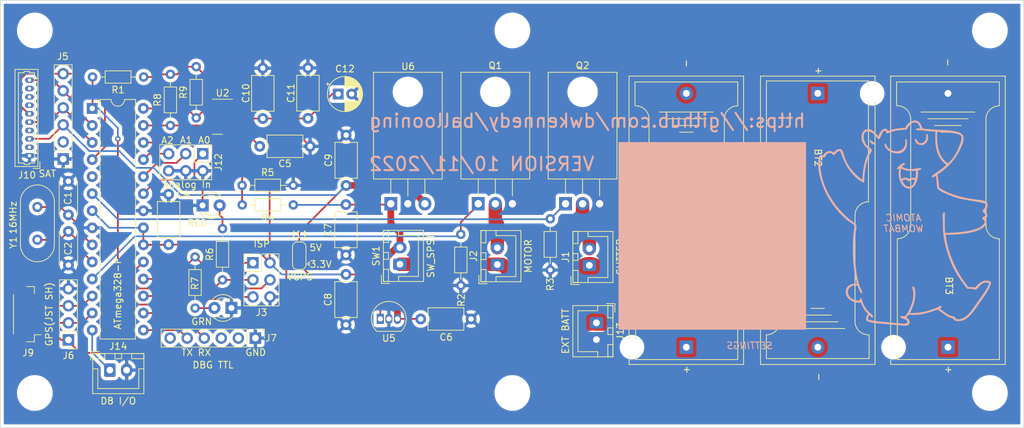
<source format=kicad_pcb>
(kicad_pcb (version 20211014) (generator pcbnew)
  (title_block (title "${TITLE}") (date "2022-10-11") (rev "1") (company "Designed for the National Severe Storms Laboratory by Douglas Kennedy") (comment 1 "GPS and pressure sensors for geofencing, launch detection, and flight termination") (comment 2 "Rockblock satellite communicator interface for remote triggering and device configuration"))
  (layers (0 "F.Cu" signal) (31 "B.Cu" signal) (34 "B.Paste" user) (35 "F.Paste" user) (36 "B.SilkS" user "B.Silkscreen") (37 "F.SilkS" user "F.Silkscreen") (38 "B.Mask" user) (39 "F.Mask" user) (44 "Edge.Cuts" user))
  (property "TITLE" "Cut-down/Let-down control board")
  (net 0 "")
  (net 1 "+9V")
  (net 2 "Net-(BT1-Pad2)")
  (net 3 "Net-(BT2-Pad2)")
  (net 4 "GND")
  (net 5 "/RESET")
  (net 6 "/RX_SAT")
  (net 7 "/TX_SAT")
  (net 8 "/RING")
  (net 9 "/CUTTER")
  (net 10 "/LETDOWN_MOTOR")
  (net 11 "+3.3V")
  (net 12 "Net-(C1-Pad1)")
  (net 13 "/RX_DBG")
  (net 14 "/TX_DBG")
  (net 15 "Net-(J14-Pad1)")
  (net 16 "/TX_GPS")
  (net 17 "/RX_GPS")
  (net 18 "/MOSI")
  (net 19 "/MISO")
  (net 20 "/SCK")
  (net 21 "/BATT_SENSE")
  (net 22 "/SDA")
  (net 23 "/SCL")
  (net 26 "Net-(D1-Pad2)")
  (net 27 "Net-(D2-Pad2)")
  (net 28 "Net-(J2-Pad2)")
  (net 29 "Net-(J1-Pad2)")
  (net 31 "/1PPS")
  (net 32 "+5V")
  (net 36 "Net-(C5-Pad1)")
  (net 37 "/CTS")
  (net 38 "/RTS")
  (net 39 "/NetAv")
  (net 40 "/Li_Ion")
  (net 41 "/+VGPS")
  (net 42 "Net-(C2-Pad1)")
  (net 43 "VDD")
  (net 44 "/A0")
  (net 45 "/A1")
  (net 46 "/A2")
  (footprint "Resistor_THT:R_Axial_DIN0204_L3.6mm_D1.6mm_P7.62mm_Horizontal" (layer "F.Cu") (at 157.48 100.33 -90)
    (fp_text reference "R3")
    (fp_text value "10K")
  )
  (footprint "doug_Library:BatteryHolder_Keystone_1051_1xCR123A" (layer "F.Cu") (at 197.320321 81.646135 -90)
    (fp_text reference "BT2")
    (fp_text value "Battery_Cell")
  )
  (footprint "Resistor_THT:R_Axial_DIN0204_L3.6mm_D1.6mm_P7.62mm_Horizontal" (layer "F.Cu") (at 100.906536 86.428331 90)
    (fp_text reference "R8")
    (fp_text value "1K")
  )
  (footprint "Connector_PinHeader_2.54mm:PinHeader_2x03_P2.54mm_Vertical" (layer "F.Cu") (at 105.732786 90.634882 -90)
    (fp_text reference "J12")
    (fp_text value "Analog In")
  )
  (footprint "" (layer "F.Cu") (at 151.836792 126.266123)
    (fp_text reference "")
    (fp_text value "")
  )
  (footprint "Connector_JST:JST_XH_B2B-XH-A_1x02_P2.50mm_Vertical" (layer "F.Cu") (at 164.35191 115.817579 -90)
    (fp_text reference "J13")
    (fp_text value "EXT BATT")
  )
  (footprint "Package_TO_SOT_THT:TO-220-3_Horizontal_TabDown" (layer "F.Cu") (at 146.756792 98.084236)
    (fp_text reference "Q1")
    (fp_text value "FQP30N06L")
  )
  (footprint "" (layer "F.Cu") (at 80.716792 72.277578)
    (fp_text reference "")
    (fp_text value "")
  )
  (footprint "LED_THT:LED_D3.0mm" (layer "F.Cu") (at 110.002106 113.600256 180)
    (fp_text reference "D2" hide)
    (fp_text value "GRN")
  )
  (footprint "Connector_Molex:Molex_PicoBlade_53047-1010_1x10_P1.25mm_Vertical" (layer "F.Cu") (at 79.918775 90.925291 90)
    (fp_text reference "J10")
    (fp_text value "SAT(10 picoblade)")
  )
  (footprint "" (layer "F.Cu") (at 80.716792 126.266123)
    (fp_text reference "")
    (fp_text value "")
  )
  (footprint "Crystal:Crystal_HC49-4H_Vertical" (layer "F.Cu") (at 81.096511 103.442179 90)
    (fp_text reference "Y1")
    (fp_text value "16MHz")
  )
  (footprint "Resistor_THT:R_Axial_DIN0204_L3.6mm_D1.6mm_P7.62mm_Horizontal" (layer "F.Cu") (at 144.160064 102.640581 -90)
    (fp_text reference "R2")
    (fp_text value "10K")
  )
  (footprint "Resistor_THT:R_Axial_DIN0204_L3.6mm_D1.6mm_P7.62mm_Horizontal" (layer "F.Cu") (at 119.222067 98.255138 180)
    (fp_text reference "R4")
    (fp_text value "100K")
  )
  (footprint "" (layer "F.Cu") (at 151.836792 72.277578)
    (fp_text reference "")
    (fp_text value "")
  )
  (footprint "Package_TO_SOT_THT:TO-220-3_Horizontal_TabDown" (layer "F.Cu") (at 133.72986 98.084236)
    (fp_text reference "U6")
    (fp_text value "L7805")
  )
  (footprint "Package_TO_SOT_THT:TO-220-3_Horizontal_TabDown" (layer "F.Cu") (at 159.753733 98.084236)
    (fp_text reference "Q2")
    (fp_text value "FQP30N06L")
  )
  (footprint "Capacitor_THT:C_Axial_L5.1mm_D3.1mm_P7.50mm_Horizontal" (layer "F.Cu") (at 121.393898 85.359449 90)
    (fp_text reference "C11")
    (fp_text value "1uF")
  )
  (footprint "Resistor_THT:R_Axial_DIN0204_L3.6mm_D1.6mm_P7.62mm_Horizontal" (layer "F.Cu") (at 104.58374 106.007343 -90)
    (fp_text reference "R7")
    (fp_text value "130")
  )
  (footprint "doug_Library:BatteryHolder_Keystone_1051_1xCR123A" (layer "F.Cu") (at 177.745321 119.449214 90)
    (fp_text reference "BT1")
    (fp_text value "Battery_Cell")
  )
  (footprint "Capacitor_THT:C_Axial_L5.1mm_D3.1mm_P7.50mm_Horizontal" (layer "F.Cu") (at 127.057289 116.106123 90)
    (fp_text reference "C8")
    (fp_text value "0.1uF")
  )
  (footprint "Connector_PinHeader_2.54mm:PinHeader_1x06_P2.54mm_Vertical" (layer "F.Cu") (at 84.939322 91.419507 180)
    (fp_text reference "J5")
    (fp_text value "SAT(PIN HDR)" hide)
  )
  (footprint "Jumper:SolderJumper-3_P1.3mm_Bridged12_RoundedPad1.0x1.5mm" (layer "F.Cu") (at 120.095534 105.830843 90)
    (fp_text reference "J11")
    (fp_text value "VGPS SELECT" hide)
  )
  (footprint "Capacitor_THT:C_Axial_L5.1mm_D3.1mm_P7.50mm_Horizontal" (layer "F.Cu") (at 100.643868 104.171999 90)
    (fp_text reference "C4")
    (fp_text value "100nF")
  )
  (footprint "Connector_JST:JST_XH_B2B-XH-A_1x02_P2.50mm_Vertical" (layer "F.Cu") (at 149.599954 107.139221 90)
    (fp_text reference "J2")
    (fp_text value "MOTOR")
  )
  (footprint "Resistor_THT:R_Axial_DIN0204_L3.6mm_D1.6mm_P7.62mm_Horizontal" (layer "F.Cu") (at 96.929929 79.20744 180)
    (fp_text reference "R1")
    (fp_text value "10K")
  )
  (footprint "Capacitor_THT:C_Axial_L5.1mm_D3.1mm_P7.50mm_Horizontal" (layer "F.Cu") (at 127.051201 105.713583 90)
    (fp_text reference "C7")
    (fp_text value "0.33uF")
  )
  (footprint "Connector_PinHeader_2.54mm:PinHeader_2x03_P2.54mm_Vertical" (layer "F.Cu") (at 113.199183 106.878859)
    (fp_text reference "J3")
    (fp_text value "ISP")
  )
  (footprint "" (layer "F.Cu") (at 222.956792 126.266123)
    (fp_text reference "")
    (fp_text value "")
  )
  (footprint "Connector_JST:JST_XH_B2B-XH-A_1x02_P2.50mm_Vertical" (layer "F.Cu") (at 91.894742 122.862781)
    (fp_text reference "J14")
    (fp_text value "D8 I/O")
  )
  (footprint "Resistor_THT:R_Axial_DIN0204_L3.6mm_D1.6mm_P7.62mm_Horizontal" (layer "F.Cu") (at 111.588612 95.345355)
    (fp_text reference "R5")
    (fp_text value "33K")
  )
  (footprint "" (layer "F.Cu") (at 222.956792 72.277578)
    (fp_text reference "")
    (fp_text value "")
  )
  (footprint "Package_LGA:NXP_LGA-8_3x5mm_P1.25mm_H1.1mm" (layer "F.Cu") (at 108.678286 85.125901 180)
    (fp_text reference "U2")
    (fp_text value "MPL3115A2" hide)
  )
  (footprint "LED_THT:LED_D3.0mm" (layer "F.Cu") (at 105.702793 98.331455)
    (fp_text reference "D1" hide)
    (fp_text value "RED")
  )
  (footprint "Package_DIP:DIP-28_W7.62mm" (layer "F.Cu") (at 89.265786 83.885901)
    (fp_text reference "U1" hide)
    (fp_text value "ATmega328-P")
  )
  (footprint "Capacitor_THT:CP_Radial_D5.0mm_P2.00mm" (layer "F.Cu") (at 125.899567 81.745985)
    (fp_text reference "C12")
    (fp_text value "10uF")
  )
  (footprint "Resistor_THT:R_Axial_DIN0204_L3.6mm_D1.6mm_P7.62mm_Horizontal" (layer "F.Cu") (at 104.754698 85.292712 90)
    (fp_text reference "R9")
    (fp_text value "1K")
  )
  (footprint "Capacitor_THT:C_Axial_L5.1mm_D3.1mm_P7.50mm_Horizontal" (layer "F.Cu") (at 114.669528 85.393583 90)
    (fp_text reference "C10")
    (fp_text value "100nF")
  )
  (footprint "Connector_JST:JST_XH_B2B-XH-A_1x02_P2.50mm_Vertical" (layer "F.Cu") (at 163.30191 107.261022 90)
    (fp_text reference "J1")
    (fp_text value "CUTTER")
  )
  (footprint "Capacitor_THT:C_Axial_L5.1mm_D3.1mm_P7.50mm_Horizontal" (layer "F.Cu") (at 145.688228 115.245921 180)
    (fp_text reference "C6")
    (fp_text value "0.33uF")
  )
  (footprint "Connector_PinHeader_2.54mm:PinHeader_1x06_P2.54mm_Vertical" (layer "F.Cu") (at 113.568711 118.091831 -90)
    (fp_text reference "J7")
    (fp_text value "DBG TTL")
  )
  (footprint "Connector_PinHeader_2.54mm:PinHeader_1x04_P2.54mm_Vertical" (layer "F.Cu") (at 85.723634 118.361868 180)
    (fp_text reference "J6")
    (fp_text value "GPS(PIN HDR)")
  )
  (footprint "Connector_JST:JST_SH_BM06B-SRSS-TB_1x06-1MP_P1.00mm_Vertical" (layer "F.Cu") (at 79.5394 114.529891 90)
    (fp_text reference "J9")
    (fp_text value "GPS(JST SH)")
  )
  (footprint "Capacitor_THT:C_Axial_L5.1mm_D3.1mm_P7.50mm_Horizontal" (layer "F.Cu") (at 114.213445 89.528504)
    (fp_text reference "C5")
    (fp_text value "100nF")
  )
  (footprint "Connector_JST:JST_XH_B2B-XH-A_1x02_P2.50mm_Vertical" (layer "F.Cu") (at 135.088573 107.09814 90)
    (fp_text reference "SW1")
    (fp_text value "SW_SPST")
  )
  (footprint "Resistor_THT:R_Axial_DIN0204_L3.6mm_D1.6mm_P7.62mm_Horizontal" (layer "F.Cu") (at 108.667914 109.423317 90)
    (fp_text reference "R6")
    (fp_text value "130")
  )
  (footprint "Capacitor_THT:C_Axial_L5.1mm_D3.1mm_P7.50mm_Horizontal" (layer "F.Cu") (at 127.078479 87.859444 -90)
    (fp_text reference "C9")
    (fp_text value "0.1uF")
  )
  (footprint "doug_Library:BatteryHolder_Keystone_1051_1xCR123A" (layer "F.Cu") (at 216.707754 119.449214 90)
    (fp_text reference "BT3")
    (fp_text value "Battery_Cell")
  )
  (footprint "Capacitor_THT:C_Disc_D4.7mm_W2.5mm_P5.00mm" (layer "F.Cu") (at 85.727964 102.210807 -90)
    (fp_text reference "C2")
    (fp_text value "22pF" hide)
  )
  (footprint "Package_TO_SOT_THT:TO-92_Inline" (layer "F.Cu") (at 132.173484 115.22847)
    (fp_text reference "U5")
    (fp_text value "L78L33_TO92")
  )
  (footprint "Capacitor_THT:C_Disc_D4.7mm_W2.5mm_P5.00mm" (layer "F.Cu") (at 85.716431 99.738479 90)
    (fp_text reference "C1")
    (fp_text value "22pF" hide)
  )
  (footprint "LOGO" (layer "B.Cu") (at 210.268835 100.90275 180)
    (fp_text reference "G***" hide)
    (fp_text value "LOGO" hide)
  )
  (gr_rect (start 75.581189 67.790379) (end 228.004033 131.448801) (layer "Edge.Cuts") (width 0.1) (fill none))
  (gr_text "https://github.com/dwkennedy/ballooning\n\nVERSION 10/11/2022" (at 130.307716 88.948169) (layer "B.SilkS") (effects (font (size 2 2) (thickness 0.3)) (justify right mirror)))
  (gr_text "ATOMIC\nWOMBAT" (at 210.141049 100.987941) (layer "B.SilkS") (effects (font (size 1 1) (thickness 0.15) italic) (justify mirror)))
  (gr_text "SETTINGS" (at 187.224729 119.218768) (layer "B.SilkS") (effects (font (size 1 1) (thickness 0.15) italic) (justify mirror)))
  (segment (start 132.800167 106.383533) (end 132.800167 109.325374) (width 1) (layer "F.Cu") (net 1))
  (segment (start 133.72986 101.019667) (end 133.72986 98.242457) (width 1) (layer "F.Cu") (net 1))
  (segment (start 127.051201 98.213583) (end 133.700986 98.213583) (width 0.25) (layer "F.Cu") (net 1))
  (segment (start 138.170777 115.22847) (end 138.188228 115.245921) (width 0.25) (layer "F.Cu") (net 1))
  (segment (start 135.088573 104.59814) (end 135.088573 102.378494) (width 1) (layer "F.Cu") (net 1))
  (segment (start 132.800167 109.325374) (end 134.713484 111.238691) (width 1) (layer "F.Cu") (net 1))
  (segment (start 134.713484 115.22847) (end 138.170777 115.22847) (width 0.25) (layer "F.Cu") (net 1))
  (segment (start 134.58556 104.59814) (end 132.800167 106.383533) (width 1) (layer "F.Cu") (net 1))
  (segment (start 134.713484 111.238691) (end 134.713484 115.22847) (width 1) (layer "F.Cu") (net 1))
  (segment (start 133.729803 101.019724) (end 133.72986 101.019667) (width 1) (layer "F.Cu") (net 1))
  (segment (start 135.088573 104.59814) (end 134.58556 104.59814) (width 1) (layer "F.Cu") (net 1))
  (segment (start 135.088573 102.378494) (end 133.729803 101.019724) (width 1) (layer "F.Cu") (net 1))
  (segment (start 127.009646 98.255138) (end 127.051201 98.213583) (width 0.25) (layer "B.Cu") (net 1))
  (segment (start 119.222067 98.255138) (end 127.009646 98.255138) (width 0.25) (layer "B.Cu") (net 1))
  (segment (start 197.286649 81.679807) (end 177.775914 81.679807) (width 6) (layer "F.Cu") (net 2))
  (segment (start 197.320321 81.646135) (end 197.286649 81.679807) (width 6) (layer "F.Cu") (net 2))
  (segment (start 177.775914 81.679807) (end 177.745321 81.649214) (width 6) (layer "F.Cu") (net 2))
  (segment (start 211.334478 114.072817) (end 216.707754 119.446093) (width 6) (layer "F.Cu") (net 3))
  (segment (start 202.759396 114.072817) (end 211.334478 114.072817) (width 6) (layer "F.Cu") (net 3))
  (segment (start 197.386078 119.446135) (end 202.759396 114.072817) (width 6) (layer "F.Cu") (net 3))
  (segment (start 197.320321 119.446135) (end 197.386078 119.446135) (width 6) (layer "F.Cu") (net 3))
  (segment (start 82.061151 113.029891) (end 80.8644 113.029891) (width 0.25) (layer "F.Cu") (net 4))
  (segment (start 79.943481 117.029891) (end 80.8644 117.029891) (width 0.25) (layer "F.Cu") (net 4))
  (segment (start 79.83044 113.029891) (end 79.662977 113.197354) (width 0.25) (layer "F.Cu") (net 4))
  (segment (start 120.267922 88.082981) (end 121.713445 89.528504) (width 0.25) (layer "F.Cu") (net 4))
  (segment (start 79.662977 116.749387) (end 79.943481 117.029891) (width 0.25) (layer "F.Cu") (net 4))
  (segment (start 113.866038 88.082981) (end 120.267922 88.082981) (width 0.25) (layer "F.Cu") (net 4))
  (segment (start 110.460463 85.133078) (end 110.916135 85.133078) (width 0.25) (layer "F.Cu") (net 4))
  (segment (start 105.702793 93.204875) (end 105.732786 93.174882) (width 0.25) (layer "F.Cu") (net 4))
  (segment (start 79.662977 113.197354) (end 79.662977 116.749387) (width 0.25) (layer "F.Cu") (net 4))
  (segment (start 105.702793 98.331455) (end 105.702793 93.204875) (width 0.25) (layer "F.Cu") (net 4))
  (segment (start 80.8644 113.029891) (end 79.83044 113.029891) (width 0.25) (layer "F.Cu") (net 4))
  (segment (start 110.916135 85.133078) (end 113.866038 88.082981) (width 0.25) (layer "F.Cu") (net 4))
  (segment (start 85.723634 110.741868) (end 84.349174 110.741868) (width 0.25) (layer "F.Cu") (net 4))
  (segment (start 84.349174 110.741868) (end 82.061151 113.029891) (width 0.25) (layer "F.Cu") (net 4))
  (segment (start 109.828286 84.500901) (end 110.460463 85.133078) (width 0.25) (layer "F.Cu") (net 4))
  (segment (start 89.309929 79.20744) (end 89.309929 83.841758) (width 0.25) (layer "F.Cu") (net 5))
  (segment (start 95.228219 113.09691) (end 102.755783 113.09691) (width 0.25) (layer "F.Cu") (net 5))
  (segment (start 93.086191 110.954882) (end 95.228219 113.09691) (width 0.25) (layer "F.Cu") (net 5))
  (segment (start 89.309929 83.841758) (end 89.265786 83.885901) (width 0.25) (layer "F.Cu") (net 5))
  (segment (start 103.576792 112.275901) (end 108.33975 112.275901) (width 0.25) (layer "F.Cu") (net 5))
  (segment (start 108.656792 111.958859) (end 113.199183 111.958859) (width 0.25) (layer "F.Cu") (net 5))
  (segment (start 108.33975 112.275901) (end 108.656792 111.958859) (width 0.25) (layer "F.Cu") (net 5))
  (segment (start 102.755783 113.09691) (end 103.576792 112.275901) (width 0.25) (layer "F.Cu") (net 5))
  (segment (start 93.086191 88.41877) (end 93.086191 110.954882) (width 0.25) (layer "F.Cu") (net 5))
  (via (at 93.086191 88.41877) (size 0.8) (drill 0.4) (layers "F.Cu" "B.Cu") (net 5))
  (segment (start 93.084491 86.804246) (end 93.084491 88.41707) (width 0.25) (layer "B.Cu") (net 5))
  (segment (start 89.265786 83.885901) (end 90.166146 83.885901) (width 0.25) (layer "B.Cu") (net 5))
  (segment (start 93.084491 88.41707) (end 93.086191 88.41877) (width 0.25) (layer "B.Cu") (net 5))
  (segment (start 90.166146 83.885901) (end 93.084491 86.804246) (width 0.25) (layer "B.Cu") (net 5))
  (segment (start 79.8685 79.653506) (end 79.887893 79.672899) (width 0.25) (layer "F.Cu") (net 6))
  (segment (start 83.352714 79.672899) (end 84.939322 81.259507) (width 0.25) (layer "F.Cu") (net 6))
  (segment (start 87.414026 83.754141) (end 87.414026 84.574141) (width 0.25) (layer "F.Cu") (net 6))
  (segment (start 87.414026 84.574141) (end 89.265786 86.425901) (width 0.25) (layer "F.Cu") (net 6))
  (segment (start 84.939322 81.259507) (end 84.939322 81.279437) (width 0.25) (layer "F.Cu") (net 6))
  (segment (start 79.887893 79.672899) (end 83.352714 79.672899) (width 0.25) (layer "F.Cu") (net 6))
  (segment (start 84.939322 81.279437) (end 87.414026 83.754141) (width 0.25) (layer "F.Cu") (net 6))
  (segment (start 82.81593 85.922899) (end 84.939322 83.799507) (width 0.25) (layer "F.Cu") (net 7))
  (segment (start 87.379892 87.080007) (end 87.379892 86.240077) (width 0.25) (layer "F.Cu") (net 7))
  (segment (start 79.887893 85.922899) (end 82.81593 85.922899) (width 0.25) (layer "F.Cu") (net 7))
  (segment (start 89.265786 88.965901) (end 87.379892 87.080007) (width 0.25) (layer "F.Cu") (net 7))
  (segment (start 87.379892 86.240077) (end 84.939322 83.799507) (width 0.25) (layer "F.Cu") (net 7))
  (segment (start 79.8685 85.903506) (end 79.887893 85.922899) (width 0.25) (layer "F.Cu") (net 7))
  (segment (start 78.671791 83.581122) (end 79.744175 84.653506) (width 0.25) (layer "F.Cu") (net 8))
  (segment (start 84.939322 78.719507) (end 79.410037 78.719507) (width 0.25) (layer "F.Cu") (net 8))
  (segment (start 91.158734 79.032705) (end 91.158734 89.612953) (width 0.25) (layer "F.Cu") (net 8))
  (segment (start 84.939322 78.719507) (end 87.282069 78.719507) (width 0.25) (layer "F.Cu") (net 8))
  (segment (start 78.671791 79.457753) (end 78.671791 83.581122) (width 0.25) (layer "F.Cu") (net 8))
  (segment (start 91.158734 89.612953) (end 89.265786 91.505901) (width 0.25) (layer "F.Cu") (net 8))
  (segment (start 90.007501 77.881472) (end 91.158734 79.032705) (width 0.25) (layer "F.Cu") (net 8))
  (segment (start 79.744175 84.653506) (end 79.8685 84.653506) (width 0.25) (layer "F.Cu") (net 8))
  (segment (start 79.410037 78.719507) (end 78.671791 79.457753) (width 0.25) (layer "F.Cu") (net 8))
  (segment (start 88.120104 77.881472) (end 90.007501 77.881472) (width 0.25) (layer "F.Cu") (net 8))
  (segment (start 87.282069 78.719507) (end 88.120104 77.881472) (width 0.25) (layer "F.Cu") (net 8))
  (segment (start 157.607618 100.220808) (end 159.74419 98.084236) (width 0.25) (layer "F.Cu") (net 9))
  (segment (start 159.74419 98.084236) (end 159.753733 98.084236) (width 0.25) (layer "F.Cu") (net 9))
  (segment (start 157.440177 100.388248) (end 159.744189 98.084236) (width 0.25) (layer "B.Cu") (net 9))
  (segment (start 93.068133 100.388248) (end 157.440177 100.388248) (width 0.25) (layer "B.Cu") (net 9))
  (segment (start 159.744189 98.084236) (end 159.753733 98.084236) (width 0.25) (layer "B.Cu") (net 9))
  (segment (start 89.265786 96.585901) (end 93.068133 100.388248) (width 0.25) (layer "B.Cu") (net 9))
  (segment (start 144.160064 102.640581) (end 144.160064 100.841312) (width 0.25) (layer "F.Cu") (net 10))
  (segment (start 144.160064 100.841312) (end 146.756792 98.244584) (width 0.25) (layer "F.Cu") (net 10))
  (segment (start 95.614777 102.93691) (end 143.863735 102.93691) (width 0.25) (layer "B.Cu") (net 10))
  (segment (start 89.265786 109.285901) (end 95.614777 102.93691) (width 0.25) (layer "B.Cu") (net 10))
  (segment (start 143.863735 102.93691) (end 144.160064 102.640581) (width 0.25) (layer "B.Cu") (net 10))
  (segment (start 96.929929 79.20744) (end 98.583899 79.20744) (width 0.25) (layer "F.Cu") (net 11))
  (segment (start 129.096792 108.606123) (end 132.173484 111.682815) (width 0.25) (layer "F.Cu") (net 11))
  (segment (start 108.903286 86.075901) (end 108.903286 84.175901) (width 0.25) (layer "F.Cu") (net 11))
  (segment (start 113.032323 104.171999) (end 115.739183 106.878859) (width 0.25) (layer "F.Cu") (net 11))
  (segment (start 98.997421 78.793918) (end 99.011834 78.808331) (width 0.25) (layer "F.Cu") (net 11))
  (segment (start 127.057289 108.606123) (end 129.096792 108.606123) (width 0.25) (layer "F.Cu") (net 11))
  (segment (start 108.903286 84.175901) (end 109.828286 83.250901) (width 0.25) (layer "F.Cu") (net 11))
  (segment (start 109.828286 83.250901) (end 111.970968 85.393583) (width 0.25) (layer "F.Cu") (net 11))
  (segment (start 120.095534 107.130843) (end 121.570814 108.606123) (width 0.25) (layer "F.Cu") (net 11))
  (segment (start 132.173484 111.682815) (end 132.173484 115.22847) (width 0.25) (layer "F.Cu") (net 11))
  (segment (start 109.828286 87.000901) (end 109.828286 88.651967) (width 0.25) (layer "F.Cu") (net 11))
  (segment (start 101.91852 78.808331) (end 103.054139 77.672712) (width 0.25) (layer "F.Cu") (net 11))
  (segment (start 125.007362 81.745985) (end 121.393898 85.359449) (width 0.25) (layer "F.Cu") (net 11))
  (segment (start 104.754698 77.672712) (end 109.828286 82.7463) (width 0.25) (layer "F.Cu") (net 11))
  (segment (start 100.609966 104.205901) (end 100.643868 104.171999) (width 0.25) (layer "F.Cu") (net 11))
  (segment (start 125.899567 81.745985) (end 125.007362 81.745985) (width 0.25) (layer "F.Cu") (net 11))
  (segment (start 109.828286 87.000901) (end 108.903286 86.075901) (width 0.25) (layer "F.Cu") (net 11))
  (segment (start 96.885786 101.665901) (end 96.885786 104.205901) (width 0.25) (layer "F.Cu") (net 11))
  (segment (start 121.359764 85.393583) (end 121.393898 85.359449) (width 0.25) (layer "F.Cu") (net 11))
  (segment (start 103.054139 77.672712) (end 104.754698 77.672712) (width 0.25) (layer "F.Cu") (net 11))
  (segment (start 100.643868 104.171999) (end 113.032323 104.171999) (width 0.25) (layer "F.Cu") (net 11))
  (segment (start 109.828286 82.7463) (end 109.828286 83.250901) (width 0.25) (layer "F.Cu") (net 11))
  (segment (start 98.583899 79.20744) (end 98.997421 78.793918) (width 0.25) (layer "F.Cu") (net 11))
  (segment (start 114.669528 85.393583) (end 121.359764 85.393583) (width 0.25) (layer "F.Cu") (net 11))
  (segment (start 121.570814 108.606123) (end 127.057289 108.606123) (width 0.25) (layer "F.Cu") (net 11))
  (segment (start 99.011834 78.808331) (end 100.906536 78.808331) (width 0.25) (layer "F.Cu") (net 11))
  (segment (start 96.885786 104.205901) (end 100.609966 104.205901) (width 0.25) (layer "F.Cu") (net 11))
  (segment (start 111.970968 85.393583) (end 114.669528 85.393583) (width 0.25) (layer "F.Cu") (net 11))
  (segment (start 115.687982 106.827658) (end 115.739183 106.878859) (width 0.25) (layer "F.Cu") (net 11))
  (segment (start 115.687982 94.511663) (end 115.687982 106.827658) (width 0.25) (layer "F.Cu") (net 11))
  (segment (start 109.828286 88.651967) (end 115.687982 94.511663) (width 0.25) (layer "F.Cu") (net 11))
  (segment (start 100.906536 78.808331) (end 101.91852 78.808331) (width 0.25) (layer "F.Cu") (net 11))
  (segment (start 115.739183 106.878859) (end 117.466447 108.606123) (width 0.25) (layer "B.Cu") (net 11))
  (segment (start 93.541478 101.665901) (end 96.885786 101.665901) (width 0.25) (layer "B.Cu") (net 11))
  (segment (start 91.802464 101.662579) (end 93.538156 101.662579) (width 0.25) (layer "B.Cu") (net 11))
  (segment (start 93.538156 101.662579) (end 93.541478 101.665901) (width 0.25) (layer "B.Cu") (net 11))
  (segment (start 117.466447 108.606123) (end 127.057289 108.606123) (width 0.25) (layer "B.Cu") (net 11))
  (segment (start 89.265786 99.125901) (end 91.802464 101.662579) (width 0.25) (layer "B.Cu") (net 11))
  (segment (start 85.716431 99.738479) (end 87.700968 101.723016) (width 0.25) (layer "F.Cu") (net 12))
  (segment (start 87.700968 101.723016) (end 87.700968 102.641083) (width 0.25) (layer "F.Cu") (net 12))
  (segment (start 87.700968 102.641083) (end 89.265786 104.205901) (width 0.25) (layer "F.Cu") (net 12))
  (segment (start 80.513002 98.579663) (end 84.557615 98.579663) (width 0.25) (layer "F.Cu") (net 12))
  (segment (start 84.557615 98.579663) (end 85.716431 99.738479) (width 0.25) (layer "F.Cu") (net 12))
  (segment (start 96.885786 114.365901) (end 102.222781 114.365901) (width 0.25) (layer "F.Cu") (net 13))
  (segment (start 102.222781 114.365901) (end 105.948711 118.091831) (width 0.25) (layer "F.Cu") (net 13))
  (segment (start 102.222781 116.905901) (end 103.408711 118.091831) (width 0.25) (layer "F.Cu") (net 14))
  (segment (start 96.885786 116.905901) (end 102.222781 116.905901) (width 0.25) (layer "F.Cu") (net 14))
  (segment (start 89.265786 116.905901) (end 89.265786 120.233825) (width 0.25) (layer "B.Cu") (net 15))
  (segment (start 89.265786 120.233825) (end 91.894742 122.862781) (width 0.25) (layer "B.Cu") (net 15))
  (segment (start 87.809819 115.821868) (end 89.265786 114.365901) (width 0.25) (layer "F.Cu") (net 16))
  (segment (start 83.453236 115.821868) (end 82.661259 115.029891) (width 0.25) (layer "F.Cu") (net 16))
  (segment (start 85.723634 115.821868) (end 87.809819 115.821868) (width 0.25) (layer "F.Cu") (net 16))
  (segment (start 85.723634 115.821868) (end 83.453236 115.821868) (width 0.25) (layer "F.Cu") (net 16))
  (segment (start 82.661259 115.029891) (end 80.8644 115.029891) (width 0.25) (layer "F.Cu") (net 16))
  (segment (start 85.723634 113.281868) (end 83.541047 113.281868) (width 0.25) (layer "F.Cu") (net 17))
  (segment (start 85.723634 113.281868) (end 87.809819 113.281868) (width 0.25) (layer "F.Cu") (net 17))
  (segment (start 87.809819 113.281868) (end 89.265786 111.825901) (width 0.25) (layer "F.Cu") (net 17))
  (segment (start 82.793024 114.029891) (end 80.8644 114.029891) (width 0.25) (layer "F.Cu") (net 17))
  (segment (start 83.541047 113.281868) (end 82.793024 114.029891) (width 0.25) (layer "F.Cu") (net 17))
  (segment (start 108.989778 110.693137) (end 114.464905 110.693137) (width 0.25) (layer "F.Cu") (net 18))
  (segment (start 114.464905 110.693137) (end 115.739183 109.418859) (width 0.25) (layer "F.Cu") (net 18))
  (segment (start 107.857014 111.825901) (end 108.989778 110.693137) (width 0.25) (layer "F.Cu") (net 18))
  (segment (start 96.885786 111.825901) (end 107.857014 111.825901) (width 0.25) (layer "F.Cu") (net 18))
  (segment (start 105.487229 106.878859) (end 113.199183 106.878859) (width 0.25) (layer "F.Cu") (net 19))
  (segment (start 101.29219 109.285901) (end 104.593231 105.984861) (width 0.25) (layer "F.Cu") (net 19))
  (segment (start 104.593231 105.984861) (end 105.487229 106.878859) (width 0.25) (layer "F.Cu") (net 19))
  (segment (start 96.885786 109.285901) (end 101.29219 109.285901) (width 0.25) (layer "F.Cu") (net 19))
  (segment (start 107.39033 110.700901) (end 108.667914 109.423317) (width 0.25) (layer "F.Cu") (net 20))
  (segment (start 113.194725 109.423317) (end 113.199183 109.418859) (width 0.25) (layer "F.Cu") (net 20))
  (segment (start 95.529818 110.060036) (end 96.170683 110.700901) (width 0.25) (layer "F.Cu") (net 20))
  (segment (start 108.667914 109.423317) (end 113.194725 109.423317) (width 0.25) (layer "F.Cu") (net 20))
  (segment (start 95.529818 108.101869) (end 95.529818 110.060036) (width 0.25) (layer "F.Cu") (net 20))
  (segment (start 96.170683 110.700901) (end 107.39033 110.700901) (width 0.25) (layer "F.Cu") (net 20))
  (segment (start 96.885786 106.745901) (end 95.529818 108.101869) (width 0.25) (layer "F.Cu") (net 20))
  (segment (start 111.588612 98.241683) (end 111.602067 98.255138) (width 0.25) (layer "F.Cu") (net 21))
  (segment (start 106.91657 88.965901) (end 111.588612 93.637943) (width 0.25) (layer "F.Cu") (net 21))
  (segment (start 96.885786 88.965901) (end 106.91657 88.965901) (width 0.25) (layer "F.Cu") (net 21))
  (segment (start 111.588612 95.345355) (end 111.588612 98.241683) (width 0.25) (layer "F.Cu") (net 21))
  (segment (start 111.588612 93.637943) (end 111.588612 95.345355) (width 0.25) (layer "F.Cu") (net 21))
  (segment (start 106.906142 85.745461) (end 107.522846 85.745461) (width 0.25) (layer "F.Cu") (net 22))
  (segment (start 101.511103 86.425901) (end 101.513533 86.428331) (width 0.25) (layer "F.Cu") (net 22))
  (segment (start 96.885786 86.425901) (end 101.511103 86.425901) (width 0.25) (layer "F.Cu") (net 22))
  (segment (start 101.513533 86.428331) (end 106.223272 86.428331) (width 0.25) (layer "F.Cu") (net 22))
  (segment (start 106.223272 86.428331) (end 106.906142 85.745461) (width 0.25) (layer "F.Cu") (net 22))
  (segment (start 107.522846 85.745461) (end 107.528286 85.750901) (width 0.25) (layer "F.Cu") (net 22))
  (segment (start 96.885786 83.885901) (end 103.347887 83.885901) (width 0.25) (layer "F.Cu") (net 23))
  (segment (start 108.453286 86.075901) (end 107.528286 87.000901) (width 0.25) (layer "F.Cu") (net 23))
  (segment (start 108.453286 84.189505) (end 108.453286 86.075901) (width 0.25) (layer "F.Cu") (net 23))
  (segment (start 104.754698 85.292712) (end 106.121509 83.925901) (width 0.25) (layer "F.Cu") (net 23))
  (segment (start 103.347887 83.885901) (end 104.754698 85.292712) (width 0.25) (layer "F.Cu") (net 23))
  (segment (start 106.121509 83.925901) (end 108.189682 83.925901) (width 0.25) (layer "F.Cu") (net 23))
  (segment (start 108.189682 83.925901) (end 108.453286 84.189505) (width 0.25) (layer "F.Cu") (net 23))
  (segment (start 108.242793 98.331455) (end 108.242793 99.7532) (width 0.25) (layer "F.Cu") (net 26))
  (segment (start 108.667914 101.803317) (end 108.667914 100.178321) (width 0.25) (layer "F.Cu") (net 26))
  (segment (start 108.667914 100.178321) (end 108.242793 99.7532) (width 0.25) (layer "F.Cu") (net 26))
  (segment (start 107.227819 113.627343) (end 107.239294 113.638818) (width 0.25) (layer "F.Cu") (net 27))
  (segment (start 104.615713 113.627343) (end 107.227819 113.627343) (width 0.25) (layer "F.Cu") (net 27))
  (segment (start 149.599954 101.095072) (end 149.296792 100.79191) (width 2) (layer "F.Cu") (net 28))
  (segment (start 149.599954 104.639221) (end 149.599954 101.095072) (width 2) (layer "F.Cu") (net 28))
  (segment (start 149.296792 100.79191) (end 149.296792 98.244584) (width 2) (layer "F.Cu") (net 28))
  (segment (start 163.30191 102.370639) (end 162.293733 101.362462) (width 2) (layer "F.Cu") (net 29))
  (segment (start 162.293733 101.362462) (end 162.293733 98.084236) (width 2) (layer "F.Cu") (net 29))
  (segment (start 163.30191 104.761022) (end 163.30191 102.370639) (width 2) (layer "F.Cu") (net 29))
  (segment (start 79.8685 88.403506) (end 82.875323 88.403506) (width 0.25) (layer "F.Cu") (net 32))
  (segment (start 120.095534 102.342389) (end 127.078479 95.359444) (width 0.25) (layer "F.Cu") (net 32))
  (segment (start 136.170113 95.359444) (end 138.80986 97.999191) (width 1) (layer "F.Cu") (net 32))
  (segment (start 127.078479 95.359444) (end 136.170113 95.359444) (width 1) (layer "F.Cu") (net 32))
  (segment (start 82.875323 88.403506) (end 84.939322 86.339507) (width 0.25) (layer "F.Cu") (net 32))
  (segment (start 120.095534 104.530843) (end 120.095534 102.342389) (width 0.25) (layer "F.Cu") (net 32))
  (segment (start 98.422579 92.737087) (end 102.472618 96.787126) (width 0.25) (layer "B.Cu") (net 32))
  (segment (start 88.842422 90.242607) (end 93.299792 90.242607) (width 0.25) (layer "B.Cu") (net 32))
  (segment (start 102.472618 96.787126) (end 125.650797 96.787126) (width 0.25) (layer "B.Cu") (net 32))
  (segment (start 84.939322 86.339507) (end 88.842422 90.242607) (width 0.25) (layer "B.Cu") (net 32))
  (segment (start 93.299792 90.242607) (end 95.794272 92.737087) (width 0.25) (layer "B.Cu") (net 32))
  (segment (start 125.650797 96.787126) (end 127.078479 95.359444) (width 0.25) (layer "B.Cu") (net 32))
  (segment (start 95.794272 92.737087) (end 98.422579 92.737087) (width 0.25) (layer "B.Cu") (net 32))
  (segment (start 110.435842 85.750901) (end 114.213445 89.528504) (width 0.25) (layer "F.Cu") (net 36))
  (segment (start 109.828286 85.750901) (end 110.435842 85.750901) (width 0.25) (layer "F.Cu") (net 36))
  (segment (start 85.723634 118.361868) (end 84.623634 118.361868) (width 0.25) (layer "F.Cu") (net 41))
  (segment (start 82.291657 116.029891) (end 80.8644 116.029891) (width 0.25) (layer "F.Cu") (net 41))
  (segment (start 118.176782 106.827658) (end 119.173597 105.830843) (width 0.25) (layer "F.Cu") (net 41))
  (segment (start 118.176782 116.735009) (end 118.176782 106.827658) (width 0.25) (layer "F.Cu") (net 41))
  (segment (start 114.618326 120.293465) (end 118.176782 116.735009) (width 0.25) (layer "F.Cu") (net 41))
  (segment (start 85.723634 118.572965) (end 87.444134 120.293465) (width 0.25) (layer "F.Cu") (net 41))
  (segment (start 119.173597 105.830843) (end 120.095534 105.830843) (width 0.25) (layer "F.Cu") (net 41))
  (segment (start 85.723634 118.361868) (end 85.723634 118.572965) (width 0.25) (layer "F.Cu") (net 41))
  (segment (start 84.623634 118.361868) (end 82.291657 116.029891) (width 0.25) (layer "F.Cu") (net 41))
  (segment (start 87.444134 120.293465) (end 114.618326 120.293465) (width 0.25) (layer "F.Cu") (net 41))
  (segment (start 87.617264 105.097379) (end 89.265786 106.745901) (width 0.25) (layer "F.Cu") (net 42))
  (segment (start 87.617264 104.100107) (end 87.617264 105.097379) (width 0.25) (layer "F.Cu") (net 42))
  (segment (start 80.513002 103.459663) (end 84.479108 103.459663) (width 0.25) (layer "F.Cu") (net 42))
  (segment (start 85.727964 102.210807) (end 87.617264 104.100107) (width 0.25) (layer "F.Cu") (net 42))
  (segment (start 84.479108 103.459663) (end 85.727964 102.210807) (width 0.25) (layer "F.Cu") (net 42))
  (segment (start 163.30191 114.767579) (end 164.35191 115.817579) (width 0.25) (layer "F.Cu") (net 43))
  (segment (start 149.599954 107.139221) (end 150.319221 107.139221) (width 2) (layer "F.Cu") (net 43))
  (segment (start 153.751259 110.571259) (end 158.997579 115.817579) (width 2) (layer "F.Cu") (net 43))
  (segment (start 149.917 107.258056) (end 149.972418 107.202638) (width 0.25) (layer "F.Cu") (net 43))
  (segment (start 158.997579 115.817579) (end 164.35191 115.817579) (width 2) (layer "F.Cu") (net 43))
  (segment (start 163.30191 109) (end 163.30191 114) (width 6) (layer "F.Cu") (net 43))
  (segment (start 149.889366 107.28569) (end 149.972418 107.202638) (width 0.25) (layer "F.Cu") (net 43))
  (segment (start 164.35191 114) (end 174.113686 114) (width 6) (layer "F.Cu") (net 43))
  (segment (start 163.30191 107.261022) (end 163.30191 107.42191) (width 2) (layer "F.Cu") (net 43))
  (segment (start 135.088573 107.09814) (end 149.558873 107.09814) (width 2) (layer "F.Cu") (net 43))
  (segment (start 150.319221 107.139221) (end 153.751259 110.571259) (width 2) (layer "F.Cu") (net 43))
  (segment (start 149.558873 107.09814) (end 149.599954 107.139221) (width 2) (layer "F.Cu") (net 43))
  (segment (start 174.113686 114) (end 177.745321 119.449214) (width 6) (layer "F.Cu") (net 43))
  (segment (start 104.028624 94.526775) (end 104.485516 94.069883) (width 0.25) (layer "F.Cu") (net 44))
  (segment (start 96.885786 96.573774) (end 98.932785 94.526775) (width 0.25) (layer "F.Cu") (net 44))
  (segment (start 98.932785 94.526775) (end 104.028624 94.526775) (width 0.25) (layer "F.Cu") (net 44))
  (segment (start 96.885786 96.585901) (end 96.885786 96.573774) (width 0.25) (layer "F.Cu") (net 44))
  (segment (start 104.485516 91.882152) (end 105.732786 90.634882) (width 0.25) (layer "F.Cu") (net 44))
  (segment (start 104.485516 94.069883) (end 104.485516 91.882152) (width 0.25) (layer "F.Cu") (net 44))
  (segment (start 96.885786 94.045901) (end 98.931805 91.999882) (width 0.25) (layer "F.Cu") (net 45))
  (segment (start 101.827786 91.999882) (end 103.192786 90.634882) (width 0.25) (layer "F.Cu") (net 45))
  (segment (start 98.931805 91.999882) (end 101.827786 91.999882) (width 0.25) (layer "F.Cu") (net 45))
  (segment (start 97.75744 90.634247) (end 98.193747 90.634247) (width 0.25) (layer "F.Cu") (net 46))
  (segment (start 98.194382 90.634882) (end 100.652786 90.634882) (width 0.25) (layer "F.Cu") (net 46))
  (segment (start 98.193747 90.634247) (end 98.194382 90.634882) (width 0.25) (layer "F.Cu") (net 46))
  (segment (start 96.885786 91.505901) (end 97.75744 90.634247) (width 0.25) (layer "F.Cu") (net 46))
  (zone (net 4) (net_name "GND") (layer "B.Cu") (connect_pads (clearance 0.508)) (min_thickness 0.254) (fill yes (thermal_gap 0.508) (thermal_bridge_width 0.508))
    (polygon (pts (xy 228.036792 131.346123) (xy 75.636792 131.346123) (xy 75.636792 67.846123) (xy 228.036792 67.846123)))
  )
  (zone (net 0) (net_name "") (layer "B.SilkS") (connect_pads (clearance 0.508)) (min_thickness 0.254) (fill yes (thermal_gap 0.508) (thermal_bridge_width 0.508))
    (polygon (pts (xy 195.58 116.84) (xy 167.64 116.84) (xy 167.64 88.9) (xy 195.58 88.9)))
  )
)
</source>
